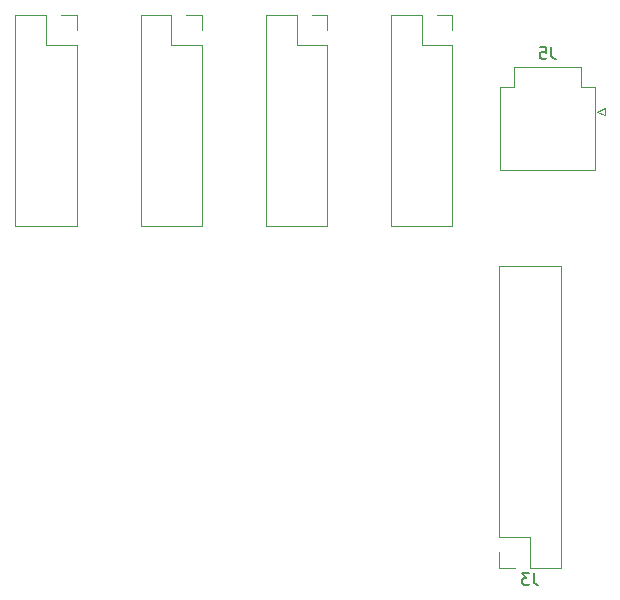
<source format=gbr>
%TF.GenerationSoftware,KiCad,Pcbnew,(5.1.6)-1*%
%TF.CreationDate,2020-08-10T13:34:50+09:00*%
%TF.ProjectId,BLDC__MD_Mounter,424c4443-5f5f-44d4-945f-4d6f756e7465,rev?*%
%TF.SameCoordinates,Original*%
%TF.FileFunction,Legend,Bot*%
%TF.FilePolarity,Positive*%
%FSLAX46Y46*%
G04 Gerber Fmt 4.6, Leading zero omitted, Abs format (unit mm)*
G04 Created by KiCad (PCBNEW (5.1.6)-1) date 2020-08-10 13:34:50*
%MOMM*%
%LPD*%
G01*
G04 APERTURE LIST*
%ADD10C,0.120000*%
%ADD11C,0.150000*%
G04 APERTURE END LIST*
D10*
%TO.C,J12*%
X148430000Y-65670000D02*
X147100000Y-65670000D01*
X148430000Y-67000000D02*
X148430000Y-65670000D01*
X145830000Y-65670000D02*
X143230000Y-65670000D01*
X145830000Y-68270000D02*
X145830000Y-65670000D01*
X148430000Y-68270000D02*
X145830000Y-68270000D01*
X143230000Y-65670000D02*
X143230000Y-83570000D01*
X148430000Y-68270000D02*
X148430000Y-83570000D01*
X148430000Y-83570000D02*
X143230000Y-83570000D01*
%TO.C,J9*%
X137830000Y-65670000D02*
X136500000Y-65670000D01*
X137830000Y-67000000D02*
X137830000Y-65670000D01*
X135230000Y-65670000D02*
X132630000Y-65670000D01*
X135230000Y-68270000D02*
X135230000Y-65670000D01*
X137830000Y-68270000D02*
X135230000Y-68270000D01*
X132630000Y-65670000D02*
X132630000Y-83570000D01*
X137830000Y-68270000D02*
X137830000Y-83570000D01*
X137830000Y-83570000D02*
X132630000Y-83570000D01*
%TO.C,J6*%
X127230000Y-65670000D02*
X125900000Y-65670000D01*
X127230000Y-67000000D02*
X127230000Y-65670000D01*
X124630000Y-65670000D02*
X122030000Y-65670000D01*
X124630000Y-68270000D02*
X124630000Y-65670000D01*
X127230000Y-68270000D02*
X124630000Y-68270000D01*
X122030000Y-65670000D02*
X122030000Y-83570000D01*
X127230000Y-68270000D02*
X127230000Y-83570000D01*
X127230000Y-83570000D02*
X122030000Y-83570000D01*
%TO.C,J5*%
X161305200Y-73563200D02*
X160705200Y-73863200D01*
X161305200Y-74163200D02*
X161305200Y-73563200D01*
X160705200Y-73863200D02*
X161305200Y-74163200D01*
X152425200Y-78773200D02*
X160505200Y-78773200D01*
X152425200Y-71753200D02*
X152425200Y-78773200D01*
X153625200Y-71753200D02*
X152425200Y-71753200D01*
X153625200Y-70053200D02*
X153625200Y-71753200D01*
X159305200Y-70053200D02*
X153625200Y-70053200D01*
X159305200Y-71753200D02*
X159305200Y-70053200D01*
X160505200Y-71753200D02*
X159305200Y-71753200D01*
X160505200Y-78773200D02*
X160505200Y-71753200D01*
%TO.C,J3*%
X152390800Y-112480400D02*
X153720800Y-112480400D01*
X152390800Y-111150400D02*
X152390800Y-112480400D01*
X154990800Y-112480400D02*
X157590800Y-112480400D01*
X154990800Y-109880400D02*
X154990800Y-112480400D01*
X152390800Y-109880400D02*
X154990800Y-109880400D01*
X157590800Y-112480400D02*
X157590800Y-86960400D01*
X152390800Y-109880400D02*
X152390800Y-86960400D01*
X152390800Y-86960400D02*
X157590800Y-86960400D01*
%TO.C,J2*%
X116630000Y-65670000D02*
X115300000Y-65670000D01*
X116630000Y-67000000D02*
X116630000Y-65670000D01*
X114030000Y-65670000D02*
X111430000Y-65670000D01*
X114030000Y-68270000D02*
X114030000Y-65670000D01*
X116630000Y-68270000D02*
X114030000Y-68270000D01*
X111430000Y-65670000D02*
X111430000Y-83570000D01*
X116630000Y-68270000D02*
X116630000Y-83570000D01*
X116630000Y-83570000D02*
X111430000Y-83570000D01*
%TO.C,J5*%
D11*
X156798533Y-68415580D02*
X156798533Y-69129866D01*
X156846152Y-69272723D01*
X156941390Y-69367961D01*
X157084247Y-69415580D01*
X157179485Y-69415580D01*
X155846152Y-68415580D02*
X156322342Y-68415580D01*
X156369961Y-68891771D01*
X156322342Y-68844152D01*
X156227104Y-68796533D01*
X155989009Y-68796533D01*
X155893771Y-68844152D01*
X155846152Y-68891771D01*
X155798533Y-68987009D01*
X155798533Y-69225104D01*
X155846152Y-69320342D01*
X155893771Y-69367961D01*
X155989009Y-69415580D01*
X156227104Y-69415580D01*
X156322342Y-69367961D01*
X156369961Y-69320342D01*
%TO.C,J3*%
X155324133Y-112932780D02*
X155324133Y-113647066D01*
X155371752Y-113789923D01*
X155466990Y-113885161D01*
X155609847Y-113932780D01*
X155705085Y-113932780D01*
X154943180Y-112932780D02*
X154324133Y-112932780D01*
X154657466Y-113313733D01*
X154514609Y-113313733D01*
X154419371Y-113361352D01*
X154371752Y-113408971D01*
X154324133Y-113504209D01*
X154324133Y-113742304D01*
X154371752Y-113837542D01*
X154419371Y-113885161D01*
X154514609Y-113932780D01*
X154800323Y-113932780D01*
X154895561Y-113885161D01*
X154943180Y-113837542D01*
%TD*%
M02*

</source>
